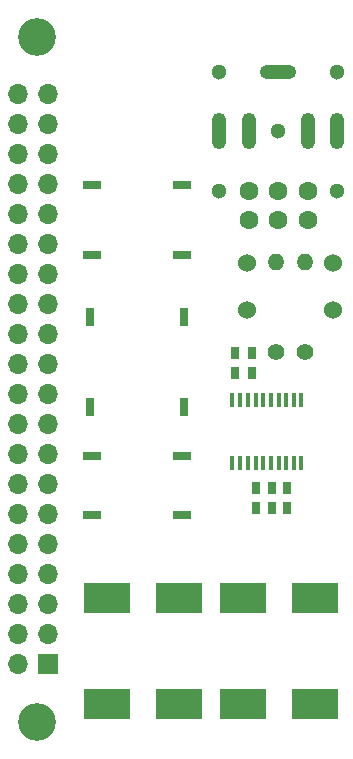
<source format=gbr>
G04 #@! TF.FileFunction,Soldermask,Top*
%FSLAX46Y46*%
G04 Gerber Fmt 4.6, Leading zero omitted, Abs format (unit mm)*
G04 Created by KiCad (PCBNEW 4.0.7) date 05/16/18 21:08:28*
%MOMM*%
%LPD*%
G01*
G04 APERTURE LIST*
%ADD10C,0.100000*%
%ADD11R,1.600000X0.760000*%
%ADD12C,3.200000*%
%ADD13R,0.800000X1.000000*%
%ADD14C,1.524000*%
%ADD15R,4.000000X2.500000*%
%ADD16R,1.700000X1.700000*%
%ADD17O,1.700000X1.700000*%
%ADD18C,1.400000*%
%ADD19O,1.400000X1.400000*%
%ADD20R,0.406400X1.270000*%
%ADD21R,0.760000X1.600000*%
%ADD22C,1.300000*%
%ADD23O,1.200000X3.100000*%
%ADD24O,3.100000X1.200000*%
%ADD25C,1.600000*%
G04 APERTURE END LIST*
D10*
D11*
X108190000Y-77000000D03*
X115810000Y-77000000D03*
D12*
X103500000Y-116500000D03*
D13*
X123400000Y-98350000D03*
X123400000Y-96650000D03*
D14*
X121300000Y-81600000D03*
X121300000Y-77600000D03*
X128600000Y-77600000D03*
X128600000Y-81600000D03*
D13*
X124700000Y-98350000D03*
X124700000Y-96650000D03*
X122100000Y-96650000D03*
X122100000Y-98350000D03*
X120300000Y-85250000D03*
X120300000Y-86950000D03*
X121700000Y-86950000D03*
X121700000Y-85250000D03*
D15*
X120950000Y-106000000D03*
X127050000Y-106000000D03*
X115550000Y-115000000D03*
X109450000Y-115000000D03*
X115550000Y-106000000D03*
X109450000Y-106000000D03*
X120950000Y-115000000D03*
X127050000Y-115000000D03*
D16*
X104500000Y-111600000D03*
D17*
X101960000Y-111600000D03*
X104500000Y-109060000D03*
X101960000Y-109060000D03*
X104500000Y-106520000D03*
X101960000Y-106520000D03*
X104500000Y-103980000D03*
X101960000Y-103980000D03*
X104500000Y-101440000D03*
X101960000Y-101440000D03*
X104500000Y-98900000D03*
X101960000Y-98900000D03*
X104500000Y-96360000D03*
X101960000Y-96360000D03*
X104500000Y-93820000D03*
X101960000Y-93820000D03*
X104500000Y-91280000D03*
X101960000Y-91280000D03*
X104500000Y-88740000D03*
X101960000Y-88740000D03*
X104500000Y-86200000D03*
X101960000Y-86200000D03*
X104500000Y-83660000D03*
X101960000Y-83660000D03*
X104500000Y-81120000D03*
X101960000Y-81120000D03*
X104500000Y-78580000D03*
X101960000Y-78580000D03*
X104500000Y-76040000D03*
X101960000Y-76040000D03*
X104500000Y-73500000D03*
X101960000Y-73500000D03*
X104500000Y-70960000D03*
X101960000Y-70960000D03*
X104500000Y-68420000D03*
X101960000Y-68420000D03*
X104500000Y-65880000D03*
X101960000Y-65880000D03*
X104500000Y-63340000D03*
X101960000Y-63340000D03*
D18*
X123800000Y-85200000D03*
D19*
X123800000Y-77580000D03*
D18*
X126200000Y-85200000D03*
D19*
X126200000Y-77580000D03*
D20*
X120079000Y-94567000D03*
X120714000Y-94567000D03*
X121374400Y-94567000D03*
X122034800Y-94567000D03*
X122669800Y-94567000D03*
X123330200Y-94567000D03*
X123990600Y-94567000D03*
X124625600Y-94567000D03*
X125286000Y-94567000D03*
X125921000Y-94567000D03*
X125921000Y-89233000D03*
X125286000Y-89233000D03*
X124625600Y-89233000D03*
X123990600Y-89233000D03*
X123330200Y-89233000D03*
X122669800Y-89233000D03*
X122034800Y-89233000D03*
X121374400Y-89233000D03*
X120714000Y-89233000D03*
X120079000Y-89233000D03*
D21*
X108000000Y-82190000D03*
X108000000Y-89810000D03*
X116000000Y-82190000D03*
X116000000Y-89810000D03*
D11*
X108190000Y-71000000D03*
X115810000Y-71000000D03*
X108190000Y-99000000D03*
X115810000Y-99000000D03*
X108190000Y-94000000D03*
X115810000Y-94000000D03*
D12*
X103500000Y-58500000D03*
D22*
X123950000Y-66500000D03*
D23*
X118950000Y-66500000D03*
X121450000Y-66500000D03*
X126450000Y-66500000D03*
X128950000Y-66500000D03*
D24*
X123950000Y-61500000D03*
D22*
X118950000Y-61500000D03*
X128950000Y-61500000D03*
X128950000Y-71500000D03*
X118950000Y-71500000D03*
D25*
X123950000Y-71500000D03*
X121450000Y-71500000D03*
X126450000Y-71500000D03*
X126450000Y-74000000D03*
X123950000Y-74000000D03*
X121450000Y-74000000D03*
M02*

</source>
